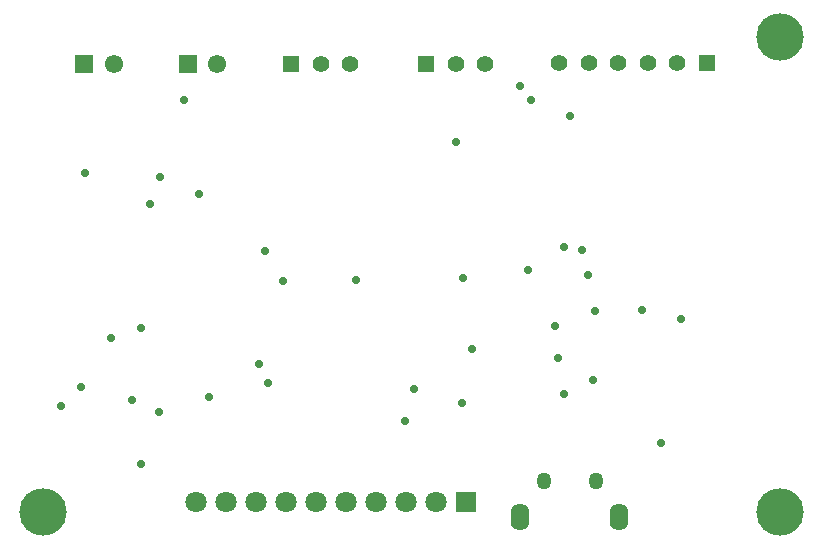
<source format=gbr>
%TF.GenerationSoftware,Altium Limited,Altium Designer,21.4.1 (30)*%
G04 Layer_Color=16711935*
%FSLAX25Y25*%
%MOIN*%
%TF.SameCoordinates,82249629-20A9-4E05-8B69-989CC10A5609*%
%TF.FilePolarity,Negative*%
%TF.FileFunction,Soldermask,Bot*%
%TF.Part,Single*%
G01*
G75*
%TA.AperFunction,ComponentPad*%
%ADD31R,0.05512X0.05512*%
%ADD32C,0.05512*%
%ADD33R,0.06102X0.06102*%
%ADD34C,0.06102*%
%ADD58O,0.04934X0.05721*%
%ADD59C,0.07099*%
%ADD60R,0.07099X0.07099*%
%TA.AperFunction,ViaPad*%
%ADD61C,0.02800*%
%ADD62C,0.15800*%
%TA.AperFunction,ComponentPad*%
%ADD63O,0.06312X0.09068*%
D31*
X135657Y157453D02*
D03*
X229106Y157717D02*
D03*
X90657Y157453D02*
D03*
D32*
X145500D02*
D03*
X155343D02*
D03*
X219264Y157717D02*
D03*
X209421D02*
D03*
X199579D02*
D03*
X189736D02*
D03*
X179894D02*
D03*
X110343Y157453D02*
D03*
X100500D02*
D03*
D33*
X56079D02*
D03*
X21657Y157386D02*
D03*
D34*
X65921Y157453D02*
D03*
X31500Y157386D02*
D03*
D58*
X192260Y18413D02*
D03*
X174740D02*
D03*
D59*
X79000Y11386D02*
D03*
X89000D02*
D03*
X109000D02*
D03*
X129000D02*
D03*
X139000D02*
D03*
X119000D02*
D03*
X99000D02*
D03*
X69000D02*
D03*
X59000D02*
D03*
D60*
X149000D02*
D03*
D61*
X37500Y45500D02*
D03*
X60000Y114000D02*
D03*
X82000Y95000D02*
D03*
X169691Y88694D02*
D03*
X191114Y52000D02*
D03*
X46555Y41441D02*
D03*
X63308Y46500D02*
D03*
X43572Y110657D02*
D03*
X46941Y119694D02*
D03*
X21827Y121000D02*
D03*
X151000Y62500D02*
D03*
X179500Y59500D02*
D03*
X178500Y70000D02*
D03*
X189500Y87000D02*
D03*
X192000Y75000D02*
D03*
X167000Y150000D02*
D03*
X145500Y131500D02*
D03*
X14000Y43500D02*
D03*
X30500Y66000D02*
D03*
X40500Y69500D02*
D03*
Y24000D02*
D03*
X181500Y96500D02*
D03*
X220700Y72286D02*
D03*
X207600Y75386D02*
D03*
X187500Y95486D02*
D03*
X183500Y139986D02*
D03*
X88000Y85000D02*
D03*
X214000Y31000D02*
D03*
X128500Y38516D02*
D03*
X112200Y85386D02*
D03*
X147500Y44386D02*
D03*
X170500Y145286D02*
D03*
X54800D02*
D03*
X82800Y51213D02*
D03*
X147827Y86213D02*
D03*
X181500Y47386D02*
D03*
X131651Y49181D02*
D03*
X20500Y49586D02*
D03*
X80000Y57286D02*
D03*
D62*
X8000Y8000D02*
D03*
X253500D02*
D03*
Y166500D02*
D03*
D63*
X167063Y6386D02*
D03*
X199937D02*
D03*
%TF.MD5,ea583da5604640918ac75e599839a170*%
M02*

</source>
